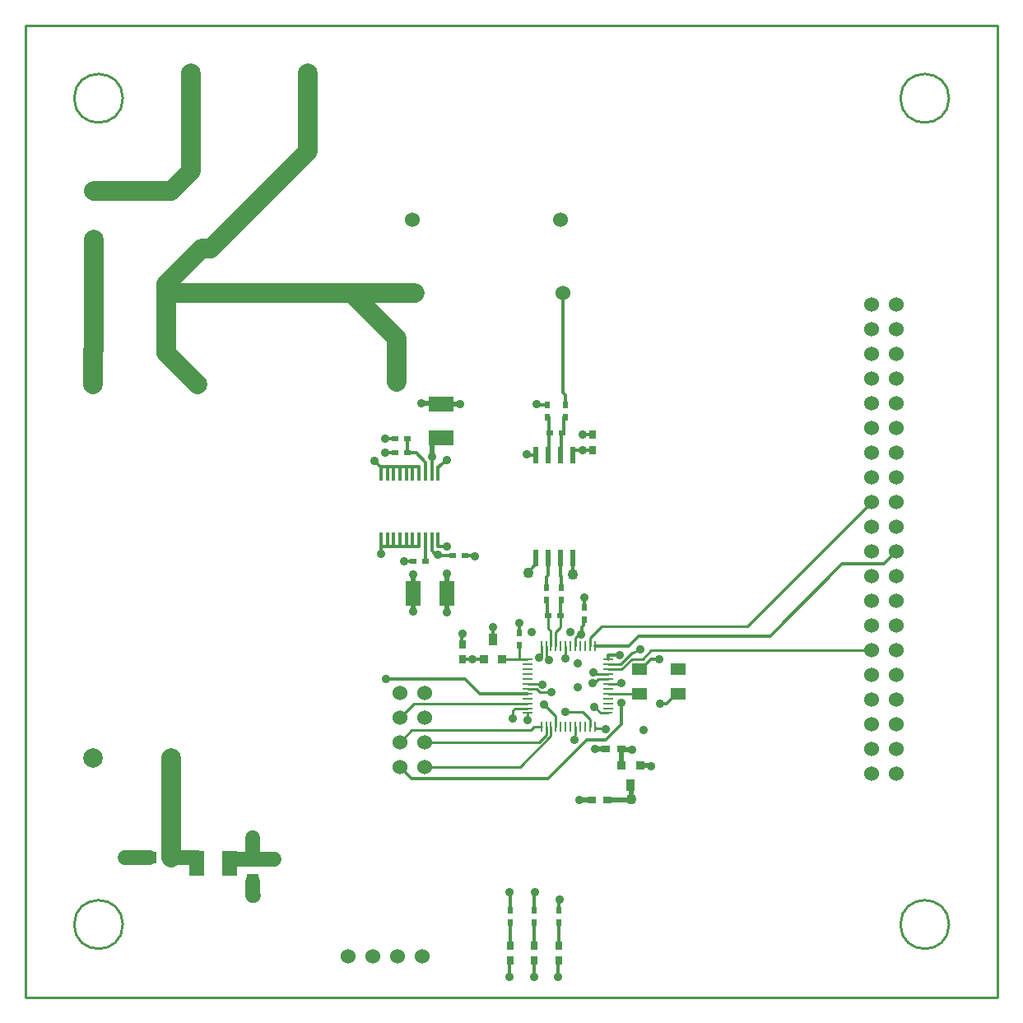
<source format=gtl>
*
*
G04 PADS VX.1.2 Build Number: 698008 generated Gerber (RS-274-X) file*
G04 PC Version=2.1*
*
%IN "opqbox2.pcb"*%
*
%MOIN*%
*
%FSLAX35Y35*%
*
*
*
*
G04 PC Standard Apertures*
*
*
G04 Thermal Relief Aperture macro.*
%AMTER*
1,1,$1,0,0*
1,0,$1-$2,0,0*
21,0,$3,$4,0,0,45*
21,0,$3,$4,0,0,135*
%
*
*
G04 Annular Aperture macro.*
%AMANN*
1,1,$1,0,0*
1,0,$2,0,0*
%
*
*
G04 Odd Aperture macro.*
%AMODD*
1,1,$1,0,0*
1,0,$1-0.005,0,0*
%
*
*
G04 PC Custom Aperture Macros*
*
*
*
*
*
*
G04 PC Aperture Table*
*
%ADD010C,0.001*%
%ADD013C,0.01*%
%ADD028C,0.06*%
%ADD050C,0.04331*%
%ADD073R,0.038X0.03*%
%ADD080R,0.06X0.05*%
%ADD081R,0.036X0.036*%
%ADD082R,0.036X0.05*%
%ADD085C,0.01181*%
%ADD086R,0.06X0.1*%
%ADD087R,0.025X0.02*%
%ADD093R,0.02X0.025*%
%ADD105C,0.07874*%
%ADD135R,0.03X0.038*%
%ADD138O,0.03937X0.00984*%
%ADD139R,0.03937X0.00984*%
%ADD140R,0.00984X0.03937*%
%ADD144R,0.1X0.06*%
%ADD149C,0.01969*%
%ADD150C,0.05906*%
%ADD151C,0.03543*%
%ADD174C,0.00984*%
%ADD184R,0.06299X0.05118*%
%ADD185R,0.01772X0.06299*%
%ADD186R,0.02362X0.07087*%
%ADD192R,0.05X0.06*%
*
*
*
*
G04 PC Circuitry*
G04 Layer Name opqbox2.pcb - circuitry*
%LPD*%
*
*
G04 PC Custom Flashes*
G04 Layer Name opqbox2.pcb - flashes*
%LPD*%
*
*
G04 PC Circuitry*
G04 Layer Name opqbox2.pcb - circuitry*
%LPD*%
*
G54D10*
G54D13*
G01X100000Y100000D02*
Y493701D01*
X493701*
Y100000*
X100000*
X139370Y129528D02*
G75*
G03X139370I-9842J0D01*
G01X474016D02*
G03X474016I-9843J0D01*
G01Y464173D02*
G03X474016I-9843J0D01*
G01X139370D02*
G03X139370I-9842J0D01*
G54D28*
G01X452520Y190551D03*
X442520D03*
X452520Y200551D03*
X442520D03*
X452520Y210551D03*
X442520D03*
X452520Y220551D03*
X442520D03*
X452520Y230551D03*
X442520D03*
X452520Y240551D03*
X442520D03*
X452520Y250551D03*
X442520D03*
X452520Y260551D03*
X442520D03*
X452520Y270551D03*
X442520D03*
X452520Y280551D03*
X442520D03*
X452520Y290551D03*
X442520D03*
X452520Y300551D03*
X442520D03*
X452520Y310551D03*
X442520D03*
X452520Y320551D03*
X442520D03*
X452520Y330551D03*
X442520D03*
X452520Y340551D03*
X442520D03*
X452520Y350551D03*
X442520D03*
X452520Y360551D03*
X442520D03*
X452520Y370551D03*
X442520D03*
X452520Y380551D03*
X442520D03*
X316535Y414961D03*
X256535D03*
X257480Y385433D03*
X317480D03*
X230709Y116535D03*
X240709D03*
X250709D03*
X260709D03*
X251575Y223425D03*
X261575D03*
X251575Y213425D03*
X261575D03*
X251575Y203425D03*
X261575D03*
X251575Y193425D03*
X261575D03*
G54D50*
X192214Y141289D03*
X140157Y156693D03*
X200787Y155906D03*
X345276Y180315D03*
X303543Y272047D03*
X321654Y271260D03*
X250394Y349213D03*
G54D73*
X335580Y179921D03*
X329380D03*
X341289Y200591D03*
X335089D03*
G54D80*
X158831Y156693D03*
X149831D03*
G54D81*
X348829Y194057D03*
X341329D03*
X285620Y236848D03*
X293120D03*
G54D82*
X345079Y186057D03*
X289370Y244848D03*
G54D85*
X296063Y108268D02*
Y114813D01*
X296260*
X305906Y108268D02*
Y114813D01*
X306102*
X315748Y108268D02*
Y114813D01*
X315945*
X296260Y121013D02*
Y130177D01*
X306102Y121013D02*
Y130177D01*
X315945Y121013D02*
Y130177D01*
X182734Y154331D02*
Y156075D01*
X296063Y142520D02*
X296260D01*
Y135177*
X306102D02*
Y142520D01*
X306299*
X315945Y135177D02*
Y139764D01*
X316142*
X251575Y193425D02*
X256417Y188583D01*
X311614*
X327362Y204331*
X335039*
X341339Y210630*
Y219291*
X246000Y229000D02*
X277925D01*
X284090Y222835*
X291991*
X292188Y223031*
X303248*
X348622Y232874D02*
X349213D01*
X353346Y237008*
X356693*
X357087Y218898D02*
X359646D01*
X363780Y223031*
X364370*
X276856Y247336D02*
X276772D01*
Y243061*
X276969*
X281102Y237008D02*
X285620D01*
Y236848*
X289370Y244848D02*
Y250000D01*
X276969Y236861D02*
Y237008D01*
X281102*
X299803Y247776D02*
Y251575D01*
X300000*
X324803Y246850D02*
X325210D01*
Y249813*
X325969Y250571*
Y253012*
X326378*
X316476Y254528D02*
X316520D01*
Y260886*
X316929*
X330512Y242421D02*
X344389D01*
X348425Y246457*
X401652*
X430786Y275591*
X447559*
X452520Y280551*
X336122Y236811D02*
Y238494D01*
X336211Y238583*
X340551*
X303543Y272047D02*
X306673Y275565D01*
Y277854*
X311024Y260886D02*
X311433D01*
Y254528*
X311476*
X311024Y265886D02*
Y270399D01*
X311673Y271048*
Y277854*
X321654Y271260D02*
X321673D01*
Y277854*
X326378Y258012D02*
Y261811D01*
X253150Y276772D02*
X256949D01*
X254232Y285236D02*
Y282677D01*
X256791*
Y285236*
X251673D02*
Y282677D01*
X254232*
Y285236*
X249114D02*
Y282677D01*
X251673*
Y285236*
X246555D02*
Y282677D01*
X249114*
Y285236*
X243996D02*
Y279528D01*
X244094*
X243996Y285236D02*
Y282677D01*
X246555*
Y285236*
X266929Y279134D02*
Y278937D01*
X272894*
X267028Y285236D02*
Y282677D01*
X270472*
X264469Y285236D02*
Y280896D01*
X266580Y278785*
X266929Y279134*
X261909Y285236D02*
Y276772D01*
X261949*
X256791Y285236D02*
Y282677D01*
X259350*
Y285236*
X277894Y278937D02*
X281890D01*
Y278740*
X316673Y277854D02*
Y270728D01*
X316929Y270472*
Y265886*
X243996Y312402D02*
Y314961D01*
X246555*
Y312402D02*
Y314961D01*
Y312402*
Y314961D02*
X249114D01*
Y312402*
Y314961*
X251673*
Y312402D02*
Y314961D01*
Y312402*
Y314961D02*
X254232D01*
Y312402*
Y314961*
X256791*
Y312402D02*
Y314961D01*
Y312402*
Y314961D02*
X259350D01*
Y312402*
X264469D02*
Y318898D01*
X264567*
X267028Y312402D02*
Y314702D01*
X270472Y317717*
X245669Y326378D02*
X249469D01*
X241339Y317323D02*
X243996Y314665D01*
Y312402*
X245669Y320472D02*
X249469D01*
X254469D02*
X258179D01*
X261909Y316742*
Y312402*
X254469Y320472D02*
Y326378D01*
X268307Y326715D02*
X270136D01*
X271260Y325591*
X302937Y319923D02*
Y319685D01*
X306673*
Y319783*
X311673D02*
X312045D01*
Y328740*
X312461*
X325591Y321654D02*
X329528D01*
Y321703*
X325591Y327953D02*
X329528D01*
Y327903*
X316673Y319783D02*
X317045D01*
Y328740*
X317461*
X321673Y319783D02*
Y321654D01*
X325591*
X317461Y328740D02*
X318104D01*
Y334902*
X318504*
X307087Y340157D02*
Y339925D01*
X311417*
Y339902*
Y334902D02*
X311817D01*
Y328740*
X312461*
X317480Y385433D02*
Y345118D01*
X318504Y344094*
Y339902*
G54D86*
X169234Y154331D03*
X182734D03*
X270530Y263780D03*
X257030D03*
G54D87*
X272894Y278937D03*
X277894D03*
X256949Y276772D03*
X261949D03*
X311476Y254528D03*
X316476D03*
X312461Y328740D03*
X317461D03*
X254469Y326378D03*
X249469D03*
Y320472D03*
X254469D03*
G54D93*
X311417Y339902D03*
Y334902D03*
X315945Y135177D03*
Y130177D03*
X306102Y135177D03*
Y130177D03*
X296260Y135177D03*
Y130177D03*
X326378Y253012D03*
Y258012D03*
X299803Y247776D03*
Y242776D03*
X318504Y339902D03*
Y334902D03*
X316929Y265886D03*
Y260886D03*
X311024Y265886D03*
Y260886D03*
G54D105*
X127362Y348425D03*
X169685D03*
X158858Y196850D03*
X127362D03*
X157087Y385433D03*
X127559Y375591D03*
X214173Y454331D03*
Y474331D03*
X166929Y454331D03*
Y474331D03*
X127559Y426772D03*
Y407087D03*
X158831Y156693D02*
X158858Y156720D01*
Y196850*
X127362Y348425D02*
Y361909D01*
X127559Y362106*
Y375591*
Y407087*
X231890Y385433D02*
X157087D01*
Y361024*
X169685Y348425*
X157087Y385433D02*
Y388943D01*
X171293Y403150*
X174803*
X214173Y442520*
Y454331*
X257480Y385433D02*
X231890D01*
X250394Y366929*
Y349213*
X127559Y426772D02*
X159055D01*
X166929Y434646*
Y454331*
Y474331*
X214173Y454331D02*
Y474331D01*
G54D135*
X315945Y114813D03*
Y121013D03*
X306102Y114813D03*
Y121013D03*
X296260Y114813D03*
Y121013D03*
X276969Y243061D03*
Y236861D03*
X329528Y327903D03*
Y321703D03*
G54D138*
X336122Y215157D03*
G54D139*
Y217126D03*
Y219094D03*
Y221063D03*
Y223031D03*
Y225000D03*
Y226969D03*
Y228937D03*
Y230906D03*
Y232874D03*
Y234843D03*
Y236811D03*
X303248D03*
Y234843D03*
Y232874D03*
Y230906D03*
Y228937D03*
Y226969D03*
Y225000D03*
Y223031D03*
Y221063D03*
Y219094D03*
Y217126D03*
Y215157D03*
G54D140*
X330512Y242421D03*
X328543D03*
X326575D03*
X324606D03*
X322638D03*
X320669D03*
X318701D03*
X316732D03*
X314764D03*
X312795D03*
X310827D03*
X308858D03*
Y209547D03*
X310827D03*
X312795D03*
X314764D03*
X316732D03*
X318701D03*
X320669D03*
X322638D03*
X324606D03*
X326575D03*
X328543D03*
X330512D03*
G54D144*
X268307Y326715D03*
Y340215D03*
G54D149*
X324409Y179921D02*
X329380D01*
X345079Y186057D02*
X345276D01*
Y180315*
X348829Y194057D02*
Y193993D01*
X353150*
Y193701*
X335580Y179921D02*
X345276D01*
Y180315*
X330709Y200787D02*
X335089D01*
Y200591*
X341289D02*
Y200394D01*
X345669*
X341289Y200591D02*
Y194057D01*
X341329*
X270472Y271654D02*
Y263780D01*
X270530*
X257087D02*
Y271260D01*
X270472Y255906D02*
Y263780D01*
X257087Y256299D02*
Y263780D01*
X257030*
X264567Y318898D02*
Y326715D01*
X268307*
X275984Y340157D02*
X268307D01*
Y340215*
X260236Y340551D02*
X268307D01*
Y340215*
G54D150*
X192126Y147075D02*
Y141289D01*
X192214*
X140157Y156693D02*
X149831D01*
X158831D02*
X169234D01*
Y154331*
X182734Y156075D02*
X192126D01*
X200787*
Y155906*
X192126Y156075D02*
Y164567D01*
G54D151*
X296063Y108268D03*
X305906D03*
X315748D03*
X306299Y142520D03*
X296063D03*
X316142Y139764D03*
X192126Y164567D03*
X324409Y179921D03*
X353150Y193701D03*
X303150Y212205D03*
X297244Y212992D03*
X322441Y204331D03*
X330709Y200787D03*
X345669Y200394D03*
X335039Y208661D03*
X350394Y208268D03*
X246000Y229000D03*
X312992Y223622D03*
X310054Y218716D03*
X309449Y226772D03*
X330315Y217717D03*
X329921Y231496D03*
X323622Y225591D03*
X329528Y227165D03*
X318504Y215748D03*
X341339Y219291D03*
Y227165D03*
X357087Y218898D03*
X281102Y237008D03*
X276856Y247336D03*
X289370Y250000D03*
X307855Y237795D03*
X305118Y248031D03*
X300000Y251575D03*
X311998Y236566D03*
X324803Y246850D03*
X323594Y235460D03*
X320472Y248031D03*
X318722Y237426D03*
X348819Y240945D03*
X340551Y238583D03*
X356693Y237008D03*
X270472Y271654D03*
Y255906D03*
X257087Y271260D03*
Y256299D03*
X326378Y261811D03*
X253150Y276772D03*
X244094Y279528D03*
X266929Y279134D03*
X270472Y282677D03*
X281890Y278740D03*
X245669Y326378D03*
X241339Y317323D03*
X245669Y320472D03*
X264567Y318898D03*
X270472Y317717D03*
X302937Y319923D03*
X325591Y321654D03*
Y327953D03*
X260236Y340551D03*
X275984Y340157D03*
X307087D03*
G54D174*
X261575Y193425D02*
X300383D01*
X312795Y205838*
Y209547*
X251575Y203425D02*
X256417Y208268D01*
X304649*
X305928Y209547*
X308858*
X251575Y213425D02*
X257244Y219094D01*
X303248*
X261575Y203425D02*
X307864D01*
X310827Y206388*
Y209547*
X303150Y212205D02*
Y215157D01*
X303248*
X297244Y212992D02*
Y216142D01*
X298228Y217126*
X303248*
X322441Y204331D02*
X322638Y208071D01*
Y209547*
X330512D02*
Y209044D01*
X335039*
Y208661*
X310054Y218716D02*
X313780Y214961D01*
X314764Y213976*
Y209547*
X303248Y225000D02*
X306890D01*
X308268Y223622*
X312992*
X303248Y226969D02*
X309449D01*
Y226772*
X330315Y217717D02*
X332874Y215157D01*
X336122*
X329921Y231496D02*
Y230985D01*
X330001Y230906*
X336122*
X329528Y227165D02*
X329851Y226842D01*
X329851D02*
X331945Y228937D01*
X336122*
X318504Y215748D02*
X325591D01*
X328543Y212795*
Y209547*
X336122Y232874D02*
X341369D01*
X345503Y237008*
X349803*
X353346Y240551*
X442520*
X336122Y226969D02*
X341339D01*
Y227165*
X336122Y223031D02*
X348622D01*
X294920Y236821D02*
X293701Y236811D01*
X300000*
X293120Y236848D02*
X294920Y236821D01*
X300000Y236811D02*
X303248D01*
X307855Y237795D02*
X308858Y238798D01*
Y242421*
X311476Y254528D02*
Y249547D01*
X312795Y248228*
Y242421*
X299803Y242776D02*
X300000D01*
Y236811*
X310827Y242421D02*
Y237738D01*
X311998Y236566*
X314764Y242421D02*
Y248102D01*
X316476Y249815*
Y254528*
X318701Y242421D02*
Y237008D01*
X318722*
Y237426*
X322638Y242421D02*
Y245580D01*
X323908Y246850*
X324803*
X328543Y242421D02*
Y245580D01*
X333357Y250394*
X392362*
X442520Y300551*
X336122Y234843D02*
X340861D01*
X344847Y238828*
Y238959*
X345618Y239730*
X345984*
X348819Y240945*
G54D184*
X364370Y232874D03*
X348622D03*
Y223031D03*
X364370D03*
G54D185*
X243996Y285236D03*
X246555D03*
X249114D03*
X251673D03*
X254232D03*
X256791D03*
X259350D03*
X261909D03*
X264469D03*
X267028D03*
Y312402D03*
X264469D03*
X261909D03*
X259350D03*
X256791D03*
X254232D03*
X251673D03*
X249114D03*
X246555D03*
X243996D03*
G54D186*
X321673Y319783D03*
X316673D03*
X311673D03*
X306673D03*
Y277854D03*
X311673D03*
X316673D03*
X321673D03*
G54D192*
X192126Y156075D03*
Y147075D03*
G74*
X0Y0D02*
M02*

</source>
